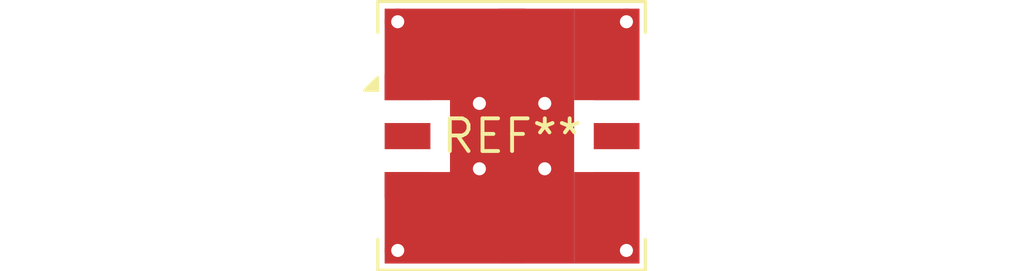
<source format=kicad_pcb>
(kicad_pcb (version 20240108) (generator pcbnew)
  (layers (0 "F.Cu" signal) (31 "B.Cu" signal) (34 "B.Paste" user) (35 "F.Paste" user) (36 "B.SilkS" user "B.Silkscreen") (37 "F.SilkS" user "F.Silkscreen") (38 "B.Mask" user) (39 "F.Mask" user) (44 "Edge.Cuts" user))
  (net 0 "")
  (footprint "Mini-Circuits_GP731_LandPatternPL-176" (layer "F.Cu") (at 0 0)
    (property "Reference" "REF**")
    (property "Value" "Mini-Circuits_GP731_LandPatternPL-176")
    (fp_line (start -5.22 -5.23) (end 5.18 -5.23) (layer "F.SilkS") (stroke (width 0.12)))
    (fp_line (start -5.22 -4.03) (end -5.22 -5.23) (layer "F.SilkS") (stroke (width 0.12)))
    (fp_line (start -5.22 4.01) (end -5.22 5.21) (layer "F.SilkS") (stroke (width 0.12)))
    (fp_line (start 5.18 -4.03) (end 5.18 -5.23) (layer "F.SilkS") (stroke (width 0.12)))
    (fp_line (start 5.18 5.21) (end -5.22 5.21) (layer "F.SilkS") (stroke (width 0.12)))
    (fp_line (start 5.18 5.21) (end 5.18 4.01) (layer "F.SilkS") (stroke (width 0.12)))
    (fp_poly (pts (xy -5.23 -1.78) (xy -5.73 -1.78) (xy -5.23 -2.28) (xy -5.23 -1.78)) (layer "F.SilkS") (stroke (width 0.12)) (fill solid))
    (pad "1" thru_hole circle (at -4.445 -4.445) (size 1.016 1.016) (drill 0.508) (layers *.Cu) (remove_unused_layers))
    (pad "1" thru_hole circle (at -4.445 4.445) (size 1.016 1.016) (drill 0.508) (layers *.Cu) (remove_unused_layers))
    (pad "1" smd rect (at -4.064 -1.905 180) (size 1.778 1.016) (layers "F.Cu" "F.Paste" "F.Mask"))
    (pad "1" smd rect (at -3.683 -3.175) (size 2.54 3.556) (layers "F.Cu"))
    (pad "1" smd rect (at -3.683 3.175) (size 2.54 3.556) (layers "F.Cu"))
    (pad "1" thru_hole circle (at -1.27 -1.27) (size 1.016 1.016) (drill 0.508) (layers *.Cu) (remove_unused_layers))
    (pad "1" thru_hole circle (at -1.27 1.27) (size 1.016 1.016) (drill 0.508) (layers *.Cu) (remove_unused_layers))
    (pad "1" smd rect (at 0 0) (size 4.826 9.906) (layers "F.Cu"))
    (pad "1" thru_hole circle (at 1.27 -1.27) (size 1.016 1.016) (drill 0.508) (layers *.Cu) (remove_unused_layers))
    (pad "1" thru_hole circle (at 1.27 1.27) (size 1.016 1.016) (drill 0.508) (layers *.Cu) (remove_unused_layers))
    (pad "1" smd rect (at 3.683 -3.175) (size 2.54 3.556) (layers "F.Cu"))
    (pad "1" smd rect (at 3.683 3.175) (size 2.54 3.556) (layers "F.Cu"))
    (pad "1" thru_hole circle (at 4.445 -4.445) (size 1.016 1.016) (drill 0.508) (layers *.Cu) (remove_unused_layers))
    (pad "1" thru_hole circle (at 4.445 4.445) (size 1.016 1.016) (drill 0.508) (layers *.Cu) (remove_unused_layers))
    (pad "2" smd rect (at -4.064 0 180) (size 1.778 1.016) (layers "F.Cu" "F.Paste" "F.Mask") (clearance 0.762))
    (pad "3" smd rect (at -4.064 1.905 180) (size 1.778 1.016) (layers "F.Cu" "F.Paste" "F.Mask"))
    (pad "4" smd rect (at 0 4.064 270) (size 1.778 1.016) (layers "F.Cu" "F.Paste" "F.Mask"))
    (pad "5" smd rect (at 4.064 1.905) (size 1.778 1.016) (layers "F.Cu" "F.Paste" "F.Mask"))
    (pad "6" smd rect (at 4.064 0) (size 1.778 1.016) (layers "F.Cu" "F.Paste" "F.Mask") (clearance 0.762))
    (pad "7" smd rect (at 4.064 -1.905) (size 1.778 1.016) (layers "F.Cu" "F.Paste" "F.Mask"))
    (pad "8" smd rect (at 0 -4.064 270) (size 1.778 1.016) (layers "F.Cu" "F.Paste" "F.Mask"))
  )
)
</source>
